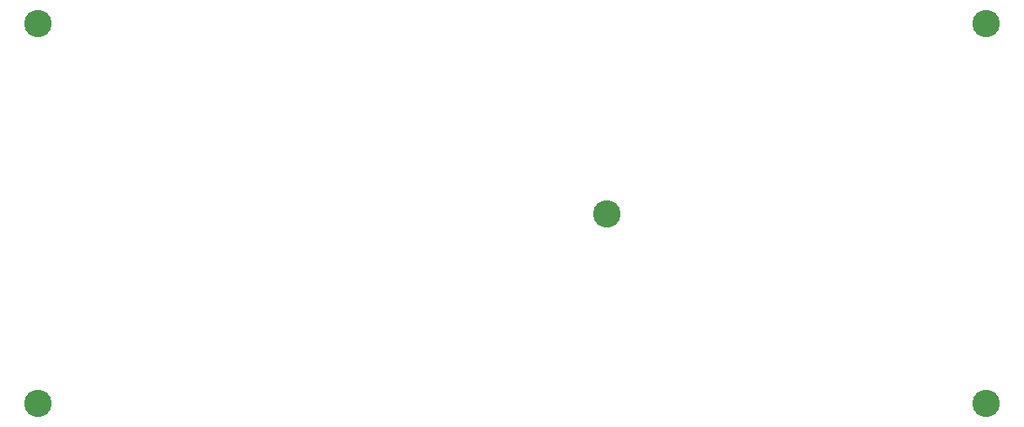
<source format=gts>
%TF.GenerationSoftware,KiCad,Pcbnew,5.1.2*%
%TF.CreationDate,2019-07-10T21:07:11+02:00*%
%TF.ProjectId,plate,706c6174-652e-46b6-9963-61645f706362,rev?*%
%TF.SameCoordinates,Original*%
%TF.FileFunction,Soldermask,Top*%
%TF.FilePolarity,Negative*%
%FSLAX46Y46*%
G04 Gerber Fmt 4.6, Leading zero omitted, Abs format (unit mm)*
G04 Created by KiCad (PCBNEW 5.1.2) date 2019-07-10 21:07:11*
%MOMM*%
%LPD*%
G04 APERTURE LIST*
%ADD10C,2.750000*%
G04 APERTURE END LIST*
D10*
X41962830Y-53471410D03*
X41980260Y-15352638D03*
X-53270483Y-15351936D03*
X-53267166Y-53456180D03*
X3879936Y-34415410D03*
M02*

</source>
